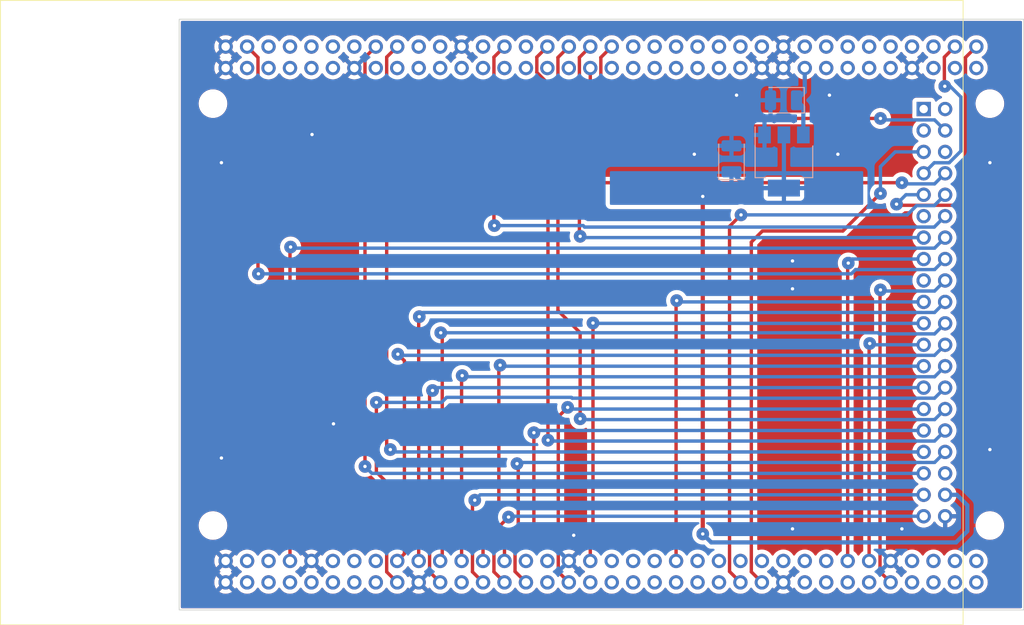
<source format=kicad_pcb>
(kicad_pcb (version 20221018) (generator pcbnew)
  (layers (0 "F.Cu" signal) (31 "B.Cu" signal) (34 "B.Paste" user) (35 "F.Paste" user) (36 "B.SilkS" user "B.Silkscreen") (37 "F.SilkS" user "F.Silkscreen") (38 "B.Mask" user) (39 "F.Mask" user) (44 "Edge.Cuts" user))
  (net 0 "")
  (net 17 "5V")
  (net 32 "LCD_RD")
  (net 34 "LCD_WR")
  (net 38 "LCD_CS")
  (net 50 "LCD_RST")
  (net 91 "LCD_RS")
  (net 99 "LCD_BL")
  (net 105 "GND")
  (net 106 "SPI_MISO")
  (net 107 "SPI_MOSI")
  (net 108 "PEN")
  (net 109 "F_CS")
  (net 110 "T_CS")
  (net 111 "SPI_CLK")
  (net 112 "SD_CS")
  (net 115 "D0")
  (net 116 "D1")
  (net 117 "D2")
  (net 118 "D3")
  (net 119 "D4")
  (net 120 "D5")
  (net 121 "D6")
  (net 122 "D7")
  (net 123 "D8")
  (net 124 "D9")
  (net 125 "D10")
  (net 126 "D11")
  (net 127 "D12")
  (net 128 "D13")
  (net 129 "D14")
  (net 130 "D15")
  (net 132 "SD_MOSI")
  (net 133 "SD_CLK")
  (net 134 "SD_MISO")
  (net 137 "3.3V")
  (footprint "zombie_nucleo:ST_Morpho_Connector_144_Short" (layer "F.Cu") (at 204.4 63.24 -90)
    (fp_text reference "U1" hide)
    (fp_text value "NUCLEO144" hide)
    (pad "1" thru_hole circle (at 0 0 270) (size 1.7 1.7) (drill 1) (layers "*.Cu" "*.Mask") (net 133 "SD_CLK"))
    (pad "2" thru_hole circle (at 2.54 0 270) (size 1.7 1.7) (drill 1) (layers "*.Cu" "*.Mask") (net 134 "SD_MISO"))
    (pad "3" thru_hole circle (at 0 2.54 270) (size 1.7 1.7) (drill 1) (layers "*.Cu" "*.Mask") (net 132 "SD_MOSI"))
    (pad "4" thru_hole circle (at 2.54 2.54 270) (size 1.7 1.7) (drill 1) (layers "*.Cu" "*.Mask"))
    (pad "5" thru_hole circle (at 0 5.08 270) (size 1.7 1.7) (drill 1) (layers "*.Cu" "*.Mask"))
    (pad "6" thru_hole circle (at 2.54 5.08 270) (size 1.7 1.7) (drill 1) (layers "*.Cu" "*.Mask"))
    (pad "7" thru_hole circle (at 0 7.62 270) (size 1.7 1.7) (drill 1) (layers "*.Cu" "*.Mask"))
    (pad "8" thru_hole circle (at 2.54 7.62 270) (size 1.7 1.7) (drill 1) (layers "*.Cu" "*.Mask") (net 105 "GND"))
    (pad "9" thru_hole circle (at 0 10.16 270) (size 1.7 1.7) (drill 1) (layers "*.Cu" "*.Mask"))
    (pad "10" thru_hole circle (at 2.54 10.16 270) (size 1.7 1.7) (drill 1) (layers "*.Cu" "*.Mask"))
    (pad "11" thru_hole circle (at 0 12.7 270) (size 1.7 1.7) (drill 1) (layers "*.Cu" "*.Mask"))
    (pad "12" thru_hole circle (at 2.54 12.7 270) (size 1.7 1.7) (drill 1) (layers "*.Cu" "*.Mask"))
    (pad "13" thru_hole circle (at 0 15.24 270) (size 1.7 1.7) (drill 1) (layers "*.Cu" "*.Mask"))
    (pad "14" thru_hole circle (at 2.54 15.24 270) (size 1.7 1.7) (drill 1) (layers "*.Cu" "*.Mask"))
    (pad "15" thru_hole circle (at 0 17.78 270) (size 1.7 1.7) (drill 1) (layers "*.Cu" "*.Mask"))
    (pad "16" thru_hole circle (at 2.54 17.78 270) (size 1.7 1.7) (drill 1) (layers "*.Cu" "*.Mask"))
    (pad "17" thru_hole circle (at 0 20.32 270) (size 1.7 1.7) (drill 1) (layers "*.Cu" "*.Mask"))
    (pad "18" thru_hole circle (at 2.54 20.32 270) (size 1.7 1.7) (drill 1) (layers "*.Cu" "*.Mask") (net 17 "5V"))
    (pad "19" thru_hole circle (at 0 22.86 270) (size 1.7 1.7) (drill 1) (layers "*.Cu" "*.Mask") (net 105 "GND"))
    (pad "20" thru_hole circle (at 2.54 22.86 270) (size 1.7 1.7) (drill 1) (layers "*.Cu" "*.Mask") (net 105 "GND"))
    (pad "21" thru_hole circle (at 0 25.4 270) (size 1.7 1.7) (drill 1) (layers "*.Cu" "*.Mask"))
    (pad "22" thru_hole circle (at 2.54 25.4 270) (size 1.7 1.7) (drill 1) (layers "*.Cu" "*.Mask") (net 105 "GND"))
    (pad "23" thru_hole circle (at 0 27.94 270) (size 1.7 1.7) (drill 1) (layers "*.Cu" "*.Mask"))
    (pad "24" thru_hole circle (at 2.54 27.94 270) (size 1.7 1.7) (drill 1) (layers "*.Cu" "*.Mask"))
    (pad "25" thru_hole circle (at 0 30.48 270) (size 1.7 1.7) (drill 1) (layers "*.Cu" "*.Mask"))
    (pad "26" thru_hole circle (at 2.54 30.48 270) (size 1.7 1.7) (drill 1) (layers "*.Cu" "*.Mask"))
    (pad "27" thru_hole circle (at 0 33.02 270) (size 1.7 1.7) (drill 1) (layers "*.Cu" "*.Mask"))
    (pad "28" thru_hole circle (at 2.54 33.02 270) (size 1.7 1.7) (drill 1) (layers "*.Cu" "*.Mask"))
    (pad "29" thru_hole circle (at 0 35.56 270) (size 1.7 1.7) (drill 1) (layers "*.Cu" "*.Mask"))
    (pad "30" thru_hole circle (at 2.54 35.56 270) (size 1.7 1.7) (drill 1) (layers "*.Cu" "*.Mask"))
    (pad "31" thru_hole circle (at 0 38.1 270) (size 1.7 1.7) (drill 1) (layers "*.Cu" "*.Mask"))
    (pad "32" thru_hole circle (at 2.54 38.1 270) (size 1.7 1.7) (drill 1) (layers "*.Cu" "*.Mask"))
    (pad "33" thru_hole circle (at 0 40.64 270) (size 1.7 1.7) (drill 1) (layers "*.Cu" "*.Mask"))
    (pad "34" thru_hole circle (at 2.54 40.64 270) (size 1.7 1.7) (drill 1) (layers "*.Cu" "*.Mask"))
    (pad "35" thru_hole circle (at 0 43.18 270) (size 1.7 1.7) (drill 1) (layers "*.Cu" "*.Mask") (net 99 "LCD_BL"))
    (pad "36" thru_hole circle (at 2.54 43.18 270) (size 1.7 1.7) (drill 1) (layers "*.Cu" "*.Mask"))
    (pad "37" thru_hole circle (at 0 45.72 270) (size 1.7 1.7) (drill 1) (layers "*.Cu" "*.Mask") (net 108 "PEN"))
    (pad "38" thru_hole circle (at 2.54 45.72 270) (size 1.7 1.7) (drill 1) (layers "*.Cu" "*.Mask") (net 50 "LCD_RST"))
    (pad "39" thru_hole circle (at 0 48.26 270) (size 1.7 1.7) (drill 1) (layers "*.Cu" "*.Mask") (net 32 "LCD_RD"))
    (pad "40" thru_hole circle (at 2.54 48.26 270) (size 1.7 1.7) (drill 1) (layers "*.Cu" "*.Mask"))
    (pad "41" thru_hole circle (at 0 50.8 270) (size 1.7 1.7) (drill 1) (layers "*.Cu" "*.Mask") (net 34 "LCD_WR"))
    (pad "42" thru_hole circle (at 2.54 50.8 270) (size 1.7 1.7) (drill 1) (layers "*.Cu" "*.Mask"))
    (pad "43" thru_hole circle (at 0 53.34 270) (size 1.7 1.7) (drill 1) (layers "*.Cu" "*.Mask"))
    (pad "44" thru_hole circle (at 2.54 53.34 270) (size 1.7 1.7) (drill 1) (layers "*.Cu" "*.Mask"))
    (pad "45" thru_hole circle (at 0 55.88 270) (size 1.7 1.7) (drill 1) (layers "*.Cu" "*.Mask") (net 38 "LCD_CS"))
    (pad "46" thru_hole circle (at 2.54 55.88 270) (size 1.7 1.7) (drill 1) (layers "*.Cu" "*.Mask"))
    (pad "47" thru_hole circle (at 0 58.42 270) (size 1.7 1.7) (drill 1) (layers "*.Cu" "*.Mask"))
    (pad "48" thru_hole circle (at 2.54 58.42 270) (size 1.7 1.7) (drill 1) (layers "*.Cu" "*.Mask"))
    (pad "49" thru_hole circle (at 0 60.96 270) (size 1.7 1.7) (drill 1) (layers "*.Cu" "*.Mask") (net 105 "GND"))
    (pad "50" thru_hole circle (at 2.54 60.96 270) (size 1.7 1.7) (drill 1) (layers "*.Cu" "*.Mask"))
    (pad "51" thru_hole circle (at 0 63.5 270) (size 1.7 1.7) (drill 1) (layers "*.Cu" "*.Mask"))
    (pad "52" thru_hole circle (at 2.54 63.5 270) (size 1.7 1.7) (drill 1) (layers "*.Cu" "*.Mask"))
    (pad "53" thru_hole circle (at 0 66.04 270) (size 1.7 1.7) (drill 1) (layers "*.Cu" "*.Mask"))
    (pad "54" thru_hole circle (at 2.54 66.04 270) (size 1.7 1.7) (drill 1) (layers "*.Cu" "*.Mask"))
    (pad "55" thru_hole circle (at 0 68.58 270) (size 1.7 1.7) (drill 1) (layers "*.Cu" "*.Mask") (net 118 "D3"))
    (pad "56" thru_hole circle (at 2.54 68.58 270) (size 1.7 1.7) (drill 1) (layers "*.Cu" "*.Mask"))
    (pad "57" thru_hole circle (at 0 71.12 270) (size 1.7 1.7) (drill 1) (layers "*.Cu" "*.Mask") (net 117 "D2"))
    (pad "58" thru_hole circle (at 2.54 71.12 270) (size 1.7 1.7) (drill 1) (layers "*.Cu" "*.Mask"))
    (pad "59" thru_hole circle (at 0 73.66 270) (size 1.7 1.7) (drill 1) (layers "*.Cu" "*.Mask"))
    (pad "60" thru_hole circle (at 2.54 73.66 270) (size 1.7 1.7) (drill 1) (layers "*.Cu" "*.Mask") (net 105 "GND"))
    (pad "61" thru_hole circle (at 0 76.2 270) (size 1.7 1.7) (drill 1) (layers "*.Cu" "*.Mask"))
    (pad "62" thru_hole circle (at 2.54 76.2 270) (size 1.7 1.7) (drill 1) (layers "*.Cu" "*.Mask"))
    (pad "63" thru_hole circle (at 0 78.74 270) (size 1.7 1.7) (drill 1) (layers "*.Cu" "*.Mask"))
    (pad "64" thru_hole circle (at 2.54 78.74 270) (size 1.7 1.7) (drill 1) (layers "*.Cu" "*.Mask"))
    (pad "65" thru_hole circle (at 0 81.28 270) (size 1.7 1.7) (drill 1) (layers "*.Cu" "*.Mask"))
    (pad "66" thru_hole circle (at 2.54 81.28 270) (size 1.7 1.7) (drill 1) (layers "*.Cu" "*.Mask"))
    (pad "67" thru_hole circle (at 0 83.82 270) (size 1.7 1.7) (drill 1) (layers "*.Cu" "*.Mask"))
    (pad "68" thru_hole circle (at 2.54 83.82 270) (size 1.7 1.7) (drill 1) (layers "*.Cu" "*.Mask"))
    (pad "69" thru_hole circle (at 0 86.36 270) (size 1.7 1.7) (drill 1) (layers "*.Cu" "*.Mask") (net 129 "D14"))
    (pad "70" thru_hole circle (at 2.54 86.36 270) (size 1.7 1.7) (drill 1) (layers "*.Cu" "*.Mask"))
    (pad "71" thru_hole circle (at 0 88.9 270) (size 1.7 1.7) (drill 1) (layers "*.Cu" "*.Mask") (net 105 "GND"))
    (pad "72" thru_hole circle (at 2.54 88.9 270) (size 1.7 1.7) (drill 1) (layers "*.Cu" "*.Mask") (net 105 "GND"))
    (pad "73" thru_hole circle (at 60.96 0 270) (size 1.7 1.7) (drill 1) (layers "*.Cu" "*.Mask"))
    (pad "74" thru_hole circle (at 63.5 0 270) (size 1.7 1.7) (drill 1) (layers "*.Cu" "*.Mask"))
    (pad "75" thru_hole circle (at 60.96 2.54 270) (size 1.7 1.7) (drill 1) (layers "*.Cu" "*.Mask"))
    (pad "76" thru_hole circle (at 63.5 2.54 270) (size 1.7 1.7) (drill 1) (layers "*.Cu" "*.Mask"))
    (pad "77" thru_hole circle (at 60.96 5.08 270) (size 1.7 1.7) (drill 1) (layers "*.Cu" "*.Mask"))
    (pad "78" thru_hole circle (at 63.5 5.08 270) (size 1.7 1.7) (drill 1) (layers "*.Cu" "*.Mask"))
    (pad "79" thru_hole circle (at 60.96 7.62 270) (size 1.7 1.7) (drill 1) (layers "*.Cu" "*.Mask"))
    (pad "80" thru_hole circle (at 63.5 7.62 270) (size 1.7 1.7) (drill 1) (layers "*.Cu" "*.Mask"))
    (pad "81" thru_hole circle (at 60.96 10.16 270) (size 1.7 1.7) (drill 1) (layers "*.Cu" "*.Mask") (net 105 "GND"))
    (pad "82" thru_hole circle (at 63.5 10.16 270) (size 1.7 1.7) (drill 1) (layers "*.Cu" "*.Mask") (net 128 "D13"))
    (pad "83" thru_hole circle (at 60.96 12.7 270) (size 1.7 1.7) (drill 1) (layers "*.Cu" "*.Mask") (net 111 "SPI_CLK"))
    (pad "84" thru_hole circle (at 63.5 12.7 270) (size 1.7 1.7) (drill 1) (layers "*.Cu" "*.Mask"))
    (pad "85" thru_hole circle (at 60.96 15.24 270) (size 1.7 1.7) (drill 1) (layers "*.Cu" "*.Mask") (net 106 "SPI_MISO"))
    (pad "86" thru_hole circle (at 63.5 15.24 270) (size 1.7 1.7) (drill 1) (layers "*.Cu" "*.Mask"))
    (pad "87" thru_hole circle (at 60.96 17.78 270) (size 1.7 1.7) (drill 1) (layers "*.Cu" "*.Mask"))
    (pad "88" thru_hole circle (at 63.5 17.78 270) (size 1.7 1.7) (drill 1) (layers "*.Cu" "*.Mask"))
    (pad "89" thru_hole circle (at 60.96 20.32 270) (size 1.7 1.7) (drill 1) (layers "*.Cu" "*.Mask"))
    (pad "90" thru_hole circle (at 63.5 20.32 270) (size 1.7 1.7) (drill 1) (layers "*.Cu" "*.Mask"))
    (pad "91" thru_hole circle (at 60.96 22.86 270) (size 1.7 1.7) (drill 1) (layers "*.Cu" "*.Mask"))
    (pad "92" thru_hole circle (at 63.5 22.86 270) (size 1.7 1.7) (drill 1) (layers "*.Cu" "*.Mask") (net 105 "GND"))
    (pad "93" thru_hole circle (at 60.96 25.4 270) (size 1.7 1.7) (drill 1) (layers "*.Cu" "*.Mask"))
    (pad "94" thru_hole circle (at 63.5 25.4 270) (size 1.7 1.7) (drill 1) (layers "*.Cu" "*.Mask") (net 112 "SD_CS"))
    (pad "95" thru_hole circle (at 60.96 27.94 270) (size 1.7 1.7) (drill 1) (layers "*.Cu" "*.Mask"))
    (pad "96" thru_hole circle (at 63.5 27.94 270) (size 1.7 1.7) (drill 1) (layers "*.Cu" "*.Mask") (net 109 "F_CS"))
    (pad "97" thru_hole circle (at 60.96 30.48 270) (size 1.7 1.7) (drill 1) (layers "*.Cu" "*.Mask"))
    (pad "98" thru_hole circle (at 63.5 30.48 270) (size 1.7 1.7) (drill 1) (layers "*.Cu" "*.Mask"))
    (pad "99" thru_hole circle (at 60.96 33.02 270) (size 1.7 1.7) (drill 1) (layers "*.Cu" "*.Mask"))
    (pad "100" thru_hole circle (at 63.5 33.02 270) (size 1.7 1.7) (drill 1) (layers "*.Cu" "*.Mask"))
    (pad "101" thru_hole circle (at 60.96 35.56 270) (size 1.7 1.7) (drill 1) (layers "*.Cu" "*.Mask") (net 107 "SPI_MOSI"))
    (pad "102" thru_hole circle (at 63.5 35.56 270) (size 1.7 1.7) (drill 1) (layers "*.Cu" "*.Mask"))
    (pad "103" thru_hole circle (at 60.96 38.1 270) (size 1.7 1.7) (drill 1) (layers "*.Cu" "*.Mask"))
    (pad "104" thru_hole circle (at 63.5 38.1 270) (size 1.7 1.7) (drill 1) (layers "*.Cu" "*.Mask"))
    (pad "105" thru_hole circle (at 60.96 40.64 270) (size 1.7 1.7) (drill 1) (layers "*.Cu" "*.Mask"))
    (pad "106" thru_hole circle (at 63.5 40.64 270) (size 1.7 1.7) (drill 1) (layers "*.Cu" "*.Mask"))
    (pad "107" thru_hole circle (at 60.96 43.18 270) (size 1.7 1.7) (drill 1) (layers "*.Cu" "*.Mask"))
    (pad "108" thru_hole circle (at 63.5 43.18 270) (size 1.7 1.7) (drill 1) (layers "*.Cu" "*.Mask"))
    (pad "109" thru_hole circle (at 60.96 45.72 270) (size 1.7 1.7) (drill 1) (layers "*.Cu" "*.Mask") (net 110 "T_CS"))
    (pad "110" thru_hole circle (at 63.5 45.72 270) (size 1.7 1.7) (drill 1) (layers "*.Cu" "*.Mask"))
    (pad "111" thru_hole circle (at 60.96 48.26 270) (size 1.7 1.7) (drill 1) (layers "*.Cu" "*.Mask") (net 105 "GND"))
    (pad "112" thru_hole circle (at 63.5 48.26 270) (size 1.7 1.7) (drill 1) (layers "*.Cu" "*.Mask") (net 120 "D5"))
    (pad "113" thru_hole circle (at 60.96 50.8 270) (size 1.7 1.7) (drill 1) (layers "*.Cu" "*.Mask"))
    (pad "114" thru_hole circle (at 63.5 50.8 270) (size 1.7 1.7) (drill 1) (layers "*.Cu" "*.Mask"))
    (pad "115" thru_hole circle (at 60.96 53.34 270) (size 1.7 1.7) (drill 1) (layers "*.Cu" "*.Mask"))
    (pad "116" thru_hole circle (at 63.5 53.34 270) (size 1.7 1.7) (drill 1) (layers "*.Cu" "*.Mask") (net 119 "D4"))
    (pad "117" thru_hole circle (at 60.96 55.88 270) (size 1.7 1.7) (drill 1) (layers "*.Cu" "*.Mask") (net 91 "LCD_RS"))
    (pad "118" thru_hole circle (at 63.5 55.88 270) (size 1.7 1.7) (drill 1) (layers "*.Cu" "*.Mask") (net 115 "D0"))
    (pad "119" thru_hole circle (at 60.96 58.42 270) (size 1.7 1.7) (drill 1) (layers "*.Cu" "*.Mask") (net 122 "D7"))
    (pad "120" thru_hole circle (at 63.5 58.42 270) (size 1.7 1.7) (drill 1) (layers "*.Cu" "*.Mask") (net 116 "D1"))
    (pad "121" thru_hole circle (at 60.96 60.96 270) (size 1.7 1.7) (drill 1) (layers "*.Cu" "*.Mask") (net 124 "D9"))
    (pad "122" thru_hole circle (at 63.5 60.96 270) (size 1.7 1.7) (drill 1) (layers "*.Cu" "*.Mask"))
    (pad "123" thru_hole circle (at 60.96 63.5 270) (size 1.7 1.7) (drill 1) (layers "*.Cu" "*.Mask") (net 126 "D11"))
    (pad "124" thru_hole circle (at 63.5 63.5 270) (size 1.7 1.7) (drill 1) (layers "*.Cu" "*.Mask") (net 121 "D6"))
    (pad "125" thru_hole circle (at 60.96 66.04 270) (size 1.7 1.7) (drill 1) (layers "*.Cu" "*.Mask") (net 127 "D12"))
    (pad "126" thru_hole circle (at 63.5 66.04 270) (size 1.7 1.7) (drill 1) (layers "*.Cu" "*.Mask") (net 105 "GND"))
    (pad "127" thru_hole circle (at 60.96 68.58 270) (size 1.7 1.7) (drill 1) (layers "*.Cu" "*.Mask") (net 125 "D10"))
    (pad "128" thru_hole circle (at 63.5 68.58 270) (size 1.7 1.7) (drill 1) (layers "*.Cu" "*.Mask") (net 123 "D8"))
    (pad "129" thru_hole circle (at 60.96 71.12 270) (size 1.7 1.7) (drill 1) (layers "*.Cu" "*.Mask"))
    (pad "130" thru_hole circle (at 63.5 71.12 270) (size 1.7 1.7) (drill 1) (layers "*.Cu" "*.Mask"))
    (pad "131" thru_hole circle (at 60.96 73.66 270) (size 1.7 1.7) (drill 1) (layers "*.Cu" "*.Mask"))
    (pad "132" thru_hole circle (at 63.5 73.66 270) (size 1.7 1.7) (drill 1) (layers "*.Cu" "*.Mask"))
    (pad "133" thru_hole circle (at 60.96 76.2 270) (size 1.7 1.7) (drill 1) (layers "*.Cu" "*.Mask"))
    (pad "134" thru_hole circle (at 63.5 76.2 270) (size 1.7 1.7) (drill 1) (layers "*.Cu" "*.Mask"))
    (pad "135" thru_hole circle (at 60.96 78.74 270) (size 1.7 1.7) (drill 1) (layers "*.Cu" "*.Mask") (net 105 "GND"))
    (pad "136" thru_hole circle (at 63.5 78.74 270) (size 1.7 1.7) (drill 1) (layers "*.Cu" "*.Mask"))
    (pad "137" thru_hole circle (at 60.96 81.28 270) (size 1.7 1.7) (drill 1) (layers "*.Cu" "*.Mask") (net 130 "D15"))
    (pad "138" thru_hole circle (at 63.5 81.28 270) (size 1.7 1.7) (drill 1) (layers "*.Cu" "*.Mask"))
    (pad "139" thru_hole circle (at 60.96 83.82 270) (size 1.7 1.7) (drill 1) (layers "*.Cu" "*.Mask"))
    (pad "140" thru_hole circle (at 63.5 83.82 270) (size 1.7 1.7) (drill 1) (layers "*.Cu" "*.Mask"))
    (pad "141" thru_hole circle (at 60.96 86.36 270) (size 1.7 1.7) (drill 1) (layers "*.Cu" "*.Mask"))
    (pad "142" thru_hole circle (at 63.5 86.36 270) (size 1.7 1.7) (drill 1) (layers "*.Cu" "*.Mask"))
    (pad "143" thru_hole circle (at 60.96 88.9 270) (size 1.7 1.7) (drill 1) (layers "*.Cu" "*.Mask") (net 105 "GND"))
    (pad "144" thru_hole circle (at 63.5 88.9 270) (size 1.7 1.7) (drill 1) (layers "*.Cu" "*.Mask") (net 105 "GND"))
  )
  (footprint "MountingHole:MountingHole_3mm" (layer "F.Cu") (at 114 120)
    (fp_text reference "REF**" hide)
    (fp_text value "MountingHole_3mm" hide)
    (pad "" np_thru_hole circle (at 0 0) (size 3 3) (drill 3) (layers "*.Cu" "*.Mask"))
  )
  (footprint "zombie_display:4.3_TFT_SSD1963" (layer "F.Cu") (at 200.7 70.64)
    (fp_text reference "TFT1" hide)
    (fp_text value "4.3 TFT SSD1963 parallel" hide)
    (fp_line (start -111.87 -12.87) (end -111.87 61.13) (stroke (width 0.1)) (layer "F.SilkS"))
    (fp_line (start -111.87 -12.87) (end 2.13 -12.87) (stroke (width 0.1)) (layer "F.SilkS"))
    (fp_line (start 2.13 -12.87) (end 2.13 61.13) (stroke (width 0.1)) (layer "F.SilkS"))
    (fp_line (start 2.13 61.13) (end -111.87 61.13) (stroke (width 0.1)) (layer "F.SilkS"))
    (pad "1" thru_hole rect (at -2.54 0) (size 1.7 1.7) (drill 1) (layers "*.Cu" "*.Mask"))
    (pad "2" thru_hole oval (at 0 0) (size 1.7 1.7) (drill 1) (layers "*.Cu" "*.Mask"))
    (pad "3" thru_hole oval (at -2.54 2.54) (size 1.7 1.7) (drill 1) (layers "*.Cu" "*.Mask"))
    (pad "4" thru_hole oval (at 0 2.54) (size 1.7 1.7) (drill 1) (layers "*.Cu" "*.Mask") (net 99 "LCD_BL"))
    (pad "5" thru_hole oval (at -2.54 5.08) (size 1.7 1.7) (drill 1) (layers "*.Cu" "*.Mask") (net 112 "SD_CS"))
    (pad "6" thru_hole oval (at 0 5.08) (size 1.7 1.7) (drill 1) (layers "*.Cu" "*.Mask"))
    (pad "7" thru_hole oval (at -2.54 7.62) (size 1.7 1.7) (drill 1) (layers "*.Cu" "*.Mask") (net 132 "SD_MOSI"))
    (pad "8" thru_hole oval (at 0 7.62) (size 1.7 1.7) (drill 1) (layers "*.Cu" "*.Mask") (net 50 "LCD_RST"))
    (pad "9" thru_hole oval (at -2.54 10.16) (size 1.7 1.7) (drill 1) (layers "*.Cu" "*.Mask") (net 133 "SD_CLK"))
    (pad "10" thru_hole oval (at 0 10.16) (size 1.7 1.7) (drill 1) (layers "*.Cu" "*.Mask") (net 109 "F_CS"))
    (pad "11" thru_hole oval (at -2.54 12.7) (size 1.7 1.7) (drill 1) (layers "*.Cu" "*.Mask") (net 134 "SD_MISO"))
    (pad "12" thru_hole oval (at 0 12.7) (size 1.7 1.7) (drill 1) (layers "*.Cu" "*.Mask") (net 38 "LCD_CS"))
    (pad "13" thru_hole oval (at -2.54 15.24) (size 1.7 1.7) (drill 1) (layers "*.Cu" "*.Mask") (net 108 "PEN"))
    (pad "14" thru_hole oval (at 0 15.24) (size 1.7 1.7) (drill 1) (layers "*.Cu" "*.Mask") (net 130 "D15"))
    (pad "15" thru_hole oval (at -2.54 17.78) (size 1.7 1.7) (drill 1) (layers "*.Cu" "*.Mask") (net 106 "SPI_MISO"))
    (pad "16" thru_hole oval (at 0 17.78) (size 1.7 1.7) (drill 1) (layers "*.Cu" "*.Mask") (net 129 "D14"))
    (pad "17" thru_hole oval (at -2.54 20.32) (size 1.7 1.7) (drill 1) (layers "*.Cu" "*.Mask"))
    (pad "18" thru_hole oval (at 0 20.32) (size 1.7 1.7) (drill 1) (layers "*.Cu" "*.Mask") (net 128 "D13"))
    (pad "19" thru_hole oval (at -2.54 22.86) (size 1.7 1.7) (drill 1) (layers "*.Cu" "*.Mask") (net 107 "SPI_MOSI"))
    (pad "20" thru_hole oval (at 0 22.86) (size 1.7 1.7) (drill 1) (layers "*.Cu" "*.Mask") (net 127 "D12"))
    (pad "21" thru_hole oval (at -2.54 25.4) (size 1.7 1.7) (drill 1) (layers "*.Cu" "*.Mask") (net 110 "T_CS"))
    (pad "22" thru_hole oval (at 0 25.4) (size 1.7 1.7) (drill 1) (layers "*.Cu" "*.Mask") (net 126 "D11"))
    (pad "23" thru_hole oval (at -2.54 27.94) (size 1.7 1.7) (drill 1) (layers "*.Cu" "*.Mask") (net 111 "SPI_CLK"))
    (pad "24" thru_hole oval (at 0 27.94) (size 1.7 1.7) (drill 1) (layers "*.Cu" "*.Mask") (net 125 "D10"))
    (pad "25" thru_hole oval (at -2.54 30.48) (size 1.7 1.7) (drill 1) (layers "*.Cu" "*.Mask") (net 122 "D7"))
    (pad "26" thru_hole oval (at 0 30.48) (size 1.7 1.7) (drill 1) (layers "*.Cu" "*.Mask") (net 124 "D9"))
    (pad "27" thru_hole oval (at -2.54 33.02) (size 1.7 1.7) (drill 1) (layers "*.Cu" "*.Mask") (net 121 "D6"))
    (pad "28" thru_hole oval (at 0 33.02) (size 1.7 1.7) (drill 1) (layers "*.Cu" "*.Mask") (net 123 "D8"))
    (pad "29" thru_hole oval (at -2.54 35.56) (size 1.7 1.7) (drill 1) (layers "*.Cu" "*.Mask") (net 120 "D5"))
    (pad "30" thru_hole oval (at 0 35.56) (size 1.7 1.7) (drill 1) (layers "*.Cu" "*.Mask") (net 32 "LCD_RD"))
    (pad "31" thru_hole oval (at -2.54 38.1) (size 1.7 1.7) (drill 1) (layers "*.Cu" "*.Mask") (net 119 "D4"))
    (pad "32" thru_hole oval (at 0 38.1) (size 1.7 1.7) (drill 1) (layers "*.Cu" "*.Mask") (net 34 "LCD_WR"))
    (pad "33" thru_hole oval (at -2.54 40.64) (size 1.7 1.7) (drill 1) (layers "*.Cu" "*.Mask") (net 118 "D3"))
    (pad "34" thru_hole oval (at 0 40.64) (size 1.7 1.7) (drill 1) (layers "*.Cu" "*.Mask") (net 91 "LCD_RS"))
    (pad "35" thru_hole oval (at -2.54 43.18) (size 1.7 1.7) (drill 1) (layers "*.Cu" "*.Mask") (net 117 "D2"))
    (pad "36" thru_hole oval (at 0 43.18) (size 1.7 1.7) (drill 1) (layers "*.Cu" "*.Mask"))
    (pad "37" thru_hole oval (at -2.54 45.72) (size 1.7 1.7) (drill 1) (layers "*.Cu" "*.Mask") (net 116 "D1"))
    (pad "38" thru_hole oval (at 0 45.72) (size 1.7 1.7) (drill 1) (layers "*.Cu" "*.Mask") (net 137 "3.3V"))
    (pad "39" thru_hole oval (at -2.54 48.26) (size 1.7 1.7) (drill 1) (layers "*.Cu" "*.Mask") (net 115 "D0"))
    (pad "40" thru_hole oval (at 0 48.26) (size 1.7 1.7) (drill 1) (layers "*.Cu" "*.Mask") (net 105 "GND"))
  )
  (footprint "MountingHole:MountingHole_3mm" (layer "F.Cu") (at 114 70)
    (fp_text reference "REF**" hide)
    (fp_text value "MountingHole_3mm" hide)
    (pad "" np_thru_hole circle (at 0 0) (size 3 3) (drill 3) (layers "*.Cu" "*.Mask"))
  )
  (footprint "MountingHole:MountingHole_3mm" (layer "F.Cu") (at 206 120)
    (fp_text reference "REF**" hide)
    (fp_text value "MountingHole_3mm" hide)
    (pad "" np_thru_hole circle (at 0 0) (size 3 3) (drill 3) (layers "*.Cu" "*.Mask"))
  )
  (footprint "MountingHole:MountingHole_3mm" (layer "F.Cu") (at 206 70)
    (fp_text reference "REF**" hide)
    (fp_text value "MountingHole_3mm" hide)
    (pad "" np_thru_hole circle (at 0 0) (size 3 3) (drill 3) (layers "*.Cu" "*.Mask"))
  )
  (footprint "Capacitor_Tantalum_SMD:CP_EIA-3528-12_Kemet-T" (layer "B.Cu") (at 175.4 76.5375 90)
    (fp_text reference "C2" hide)
    (fp_text value "C_Polarized" hide)
    (fp_line (start -2.46 -1.51) (end 1.75 -1.51) (stroke (width 0.12)) (layer "B.SilkS"))
    (fp_line (start -2.46 1.51) (end -2.46 -1.51) (stroke (width 0.12)) (layer "B.SilkS"))
    (fp_line (start 1.75 1.51) (end -2.46 1.51) (stroke (width 0.12)) (layer "B.SilkS"))
    (pad "1" smd roundrect (at -1.5375 0 90) (size 1.325 2.35) (layers "B.Cu" "B.Paste" "B.Mask") (roundrect_rratio 0.188679) (net 137 "3.3V"))
    (pad "2" smd roundrect (at 1.5375 0 90) (size 1.325 2.35) (layers "B.Cu" "B.Paste" "B.Mask") (roundrect_rratio 0.188679) (net 105 "GND"))
  )
  (footprint "Capacitor_Tantalum_SMD:CP_EIA-3528-12_Kemet-T" (layer "B.Cu") (at 181.5625 69.6 180)
    (fp_text reference "C1" hide)
    (fp_text value "C_Polarized" hide)
    (fp_line (start -2.46 -1.51) (end 1.75 -1.51) (stroke (width 0.12)) (layer "B.SilkS"))
    (fp_line (start -2.46 1.51) (end -2.46 -1.51) (stroke (width 0.12)) (layer "B.SilkS"))
    (fp_line (start 1.75 1.51) (end -2.46 1.51) (stroke (width 0.12)) (layer "B.SilkS"))
    (pad "1" smd roundrect (at -1.5375 0 180) (size 1.325 2.35) (layers "B.Cu" "B.Paste" "B.Mask") (roundrect_rratio 0.188679) (net 17 "5V"))
    (pad "2" smd roundrect (at 1.5375 0 180) (size 1.325 2.35) (layers "B.Cu" "B.Paste" "B.Mask") (roundrect_rratio 0.188679) (net 105 "GND"))
  )
  (footprint "Package_TO_SOT_SMD:SOT-223-3_TabPin2" (layer "B.Cu") (at 181.61 76.86 -90)
    (fp_text reference "U2" hide)
    (fp_text value "AMS1117-3.3" hide)
    (fp_line (start -4.1 3.41) (end 1.91 3.41) (stroke (width 0.12)) (layer "B.SilkS"))
    (fp_line (start -1.85 -3.41) (end 1.91 -3.41) (stroke (width 0.12)) (layer "B.SilkS"))
    (fp_line (start 1.91 -3.41) (end 1.91 -2.15) (stroke (width 0.12)) (layer "B.SilkS"))
    (fp_line (start 1.91 3.41) (end 1.91 2.15) (stroke (width 0.12)) (layer "B.SilkS"))
    (pad "1" smd rect (at -3.15 2.3 270) (size 2 1.5) (layers "B.Cu" "B.Paste" "B.Mask") (net 105 "GND"))
    (pad "2" smd rect (at -3.15 0 270) (size 2 1.5) (layers "B.Cu" "B.Paste" "B.Mask") (net 137 "3.3V"))
    (pad "2" smd rect (at 3.15 0 270) (size 2 3.8) (layers "B.Cu" "B.Paste" "B.Mask") (net 137 "3.3V"))
    (pad "3" smd rect (at -3.15 -2.3 270) (size 2 1.5) (layers "B.Cu" "B.Paste" "B.Mask") (net 17 "5V"))
  )
  (gr_rect (start 110 60) (end 210 130) (stroke (width 0.1)) (fill none) (layer "Edge.Cuts"))
  (segment (start 183.91 70.41) (end 183.91 73.71) (width 0.5) (layer "B.Cu") (net 17))
  (segment (start 184.08 65.78) (end 184.08 68.62) (width 0.5) (layer "B.Cu") (net 17))
  (segment (start 184.08 68.62) (end 183.1 69.6) (width 0.5) (layer "B.Cu") (net 17))
  (segment (start 183.1 69.6) (end 183.91 70.41) (width 0.5) (layer "B.Cu") (net 17))
  (segment (start 157.48 97.155) (end 154.85 94.525) (width 0.4) (layer "F.Cu") (net 32))
  (segment (start 154.85 64.53) (end 156.14 63.24) (width 0.4) (layer "F.Cu") (net 32))
  (segment (start 154.85 94.525) (end 154.85 64.53) (width 0.4) (layer "F.Cu") (net 32))
  (segment (start 157.48 107.3495) (end 157.48 97.155) (width 0.4) (layer "F.Cu") (net 32))
  (via (at 157.48 107.3495) (size 1.5) (drill 0.4) (layers "F.Cu" "B.Cu") (net 32))
  (segment (start 199.45 107.45) (end 157.5805 107.45) (width 0.4) (layer "B.Cu") (net 32))
  (segment (start 200.7 106.2) (end 199.45 107.45) (width 0.4) (layer "B.Cu") (net 32))
  (segment (start 157.5805 107.45) (end 157.48 107.3495) (width 0.4) (layer "B.Cu") (net 32))
  (segment (start 153.67 109.8895) (end 153.67 67.617767) (width 0.4) (layer "F.Cu") (net 34))
  (segment (start 152.35 64.49) (end 153.6 63.24) (width 0.4) (layer "F.Cu") (net 34))
  (segment (start 153.67 67.617767) (end 152.35 66.297767) (width 0.4) (layer "F.Cu") (net 34))
  (segment (start 152.35 66.297767) (end 152.35 64.49) (width 0.4) (layer "F.Cu") (net 34))
  (via (at 153.67 109.8895) (size 1.5) (drill 0.4) (layers "F.Cu" "B.Cu") (net 34))
  (segment (start 200.7 108.74) (end 199.45 109.99) (width 0.4) (layer "B.Cu") (net 34))
  (segment (start 153.7705 109.99) (end 153.67 109.8895) (width 0.4) (layer "B.Cu") (net 34))
  (segment (start 199.45 109.99) (end 153.7705 109.99) (width 0.4) (layer "B.Cu") (net 34))
  (segment (start 147.27 64.49) (end 148.52 63.24) (width 0.4) (layer "F.Cu") (net 38))
  (segment (start 147.32 84.455) (end 147.27 84.405) (width 0.4) (layer "F.Cu") (net 38))
  (segment (start 147.27 84.405) (end 147.27 64.49) (width 0.4) (layer "F.Cu") (net 38))
  (via (at 147.32 84.455) (size 1.5) (drill 0.4) (layers "F.Cu" "B.Cu") (net 38))
  (segment (start 158.011346 84.63) (end 157.836346 84.455) (width 0.4) (layer "B.Cu") (net 38))
  (segment (start 200.7 83.34) (end 199.41 84.63) (width 0.4) (layer "B.Cu") (net 38))
  (segment (start 199.41 84.63) (end 158.011346 84.63) (width 0.4) (layer "B.Cu") (net 38))
  (segment (start 157.836346 84.455) (end 147.32 84.455) (width 0.4) (layer "B.Cu") (net 38))
  (segment (start 195.58 79.375) (end 160.02 79.375) (width 0.4) (layer "F.Cu") (net 50))
  (segment (start 158.68 78.035) (end 158.68 65.78) (width 0.4) (layer "F.Cu") (net 50))
  (segment (start 160.02 79.375) (end 158.68 78.035) (width 0.4) (layer "F.Cu") (net 50))
  (via (at 195.58 79.375) (size 1.5) (drill 0.4) (layers "F.Cu" "B.Cu") (net 50))
  (segment (start 195.715 79.51) (end 195.58 79.375) (width 0.4) (layer "B.Cu") (net 50))
  (segment (start 200.7 78.26) (end 199.45 79.51) (width 0.4) (layer "B.Cu") (net 50))
  (segment (start 199.45 79.51) (end 195.715 79.51) (width 0.4) (layer "B.Cu") (net 50))
  (segment (start 150.15 112.8205) (end 150.15 120.85) (width 0.4) (layer "F.Cu") (net 91))
  (segment (start 150.15 120.85) (end 148.52 122.48) (width 0.4) (layer "F.Cu") (net 91))
  (segment (start 150 112.6705) (end 150.15 112.8205) (width 0.4) (layer "F.Cu") (net 91))
  (segment (start 148.52 122.48) (end 148.52 124.2) (width 0.4) (layer "F.Cu") (net 91))
  (via (at 150 112.6705) (size 1.5) (drill 0.4) (layers "F.Cu" "B.Cu") (net 91))
  (segment (start 199.45 112.53) (end 150.1405 112.53) (width 0.4) (layer "B.Cu") (net 91))
  (segment (start 150.1405 112.53) (end 150 112.6705) (width 0.4) (layer "B.Cu") (net 91))
  (segment (start 200.7 111.28) (end 199.45 112.53) (width 0.4) (layer "B.Cu") (net 91))
  (segment (start 159.93 64.53) (end 161.22 63.24) (width 0.4) (layer "F.Cu") (net 99))
  (segment (start 161.29 71.755) (end 159.93 70.395) (width 0.4) (layer "F.Cu") (net 99))
  (segment (start 159.93 70.395) (end 159.93 64.53) (width 0.4) (layer "F.Cu") (net 99))
  (segment (start 193.04 71.755) (end 161.29 71.755) (width 0.4) (layer "F.Cu") (net 99))
  (via (at 193.04 71.755) (size 1.5) (drill 0.4) (layers "F.Cu" "B.Cu") (net 99))
  (segment (start 199.45 71.93) (end 193.215 71.93) (width 0.4) (layer "B.Cu") (net 99))
  (segment (start 200.7 73.18) (end 199.45 71.93) (width 0.4) (layer "B.Cu") (net 99))
  (segment (start 193.215 71.93) (end 193.04 71.755) (width 0.4) (layer "B.Cu") (net 99))
  (via (at 176 69) (size 1.5) (drill 0.4) (layers "F.Cu" "B.Cu") (net 105))
  (via (at 195.58 120.396) (size 1.5) (drill 0.4) (layers "F.Cu" "B.Cu") (net 105))
  (via (at 125.73 73.66) (size 1.5) (drill 0.4) (layers "F.Cu" "B.Cu") (net 105))
  (via (at 182.626 88.646) (size 1.5) (drill 0.4) (layers "F.Cu" "B.Cu") (net 105))
  (via (at 171 76) (size 1.5) (drill 0.4) (layers "F.Cu" "B.Cu") (net 105))
  (via (at 206 111) (size 1.5) (drill 0.4) (layers "F.Cu" "B.Cu") (net 105))
  (via (at 115 77) (size 1.5) (drill 0.4) (layers "F.Cu" "B.Cu") (net 105))
  (via (at 187 69) (size 1.5) (drill 0.4) (layers "F.Cu" "B.Cu") (net 105))
  (via (at 182.626 91.948) (size 1.5) (drill 0.4) (layers "F.Cu" "B.Cu") (net 105))
  (via (at 156.718 121.158) (size 1.5) (drill 0.4) (layers "F.Cu" "B.Cu") (net 105))
  (via (at 128.27 107.95) (size 1.5) (drill 0.4) (layers "F.Cu" "B.Cu") (net 105))
  (via (at 115 112) (size 1.5) (drill 0.4) (layers "F.Cu" "B.Cu") (net 105))
  (via (at 182.626 120.396) (size 1.5) (drill 0.4) (layers "F.Cu" "B.Cu") (net 105))
  (via (at 188 76) (size 1.5) (drill 0.4) (layers "F.Cu" "B.Cu") (net 105))
  (via (at 206 77) (size 1.5) (drill 0.4) (layers "F.Cu" "B.Cu") (net 105))
  (segment (start 189.23 88.9) (end 189.16 88.97) (width 0.4) (layer "F.Cu") (net 106))
  (segment (start 189.16 88.97) (end 189.16 124.2) (width 0.4) (layer "F.Cu") (net 106))
  (via (at 189.23 88.9) (size 1.5) (drill 0.4) (layers "F.Cu" "B.Cu") (net 106))
  (segment (start 189.71 88.42) (end 189.23 88.9) (width 0.4) (layer "B.Cu") (net 106))
  (segment (start 198.16 88.42) (end 189.71 88.42) (width 0.4) (layer "B.Cu") (net 106))
  (segment (start 168.91 93.345) (end 168.84 93.415) (width 0.4) (layer "F.Cu") (net 107))
  (segment (start 168.84 93.415) (end 168.84 124.2) (width 0.4) (layer "F.Cu") (net 107))
  (via (at 168.91 93.345) (size 1.5) (drill 0.4) (layers "F.Cu" "B.Cu") (net 107))
  (segment (start 198.16 93.5) (end 169.065 93.5) (width 0.4) (layer "B.Cu") (net 107))
  (segment (start 169.065 93.5) (end 168.91 93.345) (width 0.4) (layer "B.Cu") (net 107))
  (segment (start 157.48 85.725) (end 157.39 85.635) (width 0.4) (layer "F.Cu") (net 108))
  (segment (start 157.39 64.53) (end 158.68 63.24) (width 0.4) (layer "F.Cu") (net 108))
  (segment (start 157.39 85.635) (end 157.39 64.53) (width 0.4) (layer "F.Cu") (net 108))
  (via (at 157.48 85.725) (size 1.5) (drill 0.4) (layers "F.Cu" "B.Cu") (net 108))
  (segment (start 157.635 85.88) (end 157.48 85.725) (width 0.4) (layer "B.Cu") (net 108))
  (segment (start 198.16 85.88) (end 157.635 85.88) (width 0.4) (layer "B.Cu") (net 108))
  (segment (start 176.53 83.185) (end 175.17 84.545) (width 0.4) (layer "F.Cu") (net 109))
  (segment (start 175.17 125.45) (end 176.46 126.74) (width 0.4) (layer "F.Cu") (net 109))
  (segment (start 175.17 84.545) (end 175.17 125.45) (width 0.4) (layer "F.Cu") (net 109))
  (via (at 176.53 83.185) (size 1.5) (drill 0.4) (layers "F.Cu" "B.Cu") (net 109))
  (segment (start 176.53 83.185) (end 196.215 83.185) (width 0.4) (layer "B.Cu") (net 109))
  (segment (start 196.215 83.185) (end 197.31 82.09) (width 0.4) (layer "B.Cu") (net 109))
  (segment (start 199.41 82.09) (end 200.7 80.8) (width 0.4) (layer "B.Cu") (net 109))
  (segment (start 197.31 82.09) (end 199.41 82.09) (width 0.4) (layer "B.Cu") (net 109))
  (segment (start 158.68 120.32) (end 158.68 124.2) (width 0.4) (layer "F.Cu") (net 110))
  (segment (start 159 120) (end 158.68 120.32) (width 0.4) (layer "F.Cu") (net 110))
  (segment (start 159 96) (end 159 120) (width 0.4) (layer "F.Cu") (net 110))
  (via (at 159 96) (size 1.5) (drill 0.4) (layers "F.Cu" "B.Cu") (net 110))
  (segment (start 198.16 96.04) (end 159.04 96.04) (width 0.4) (layer "B.Cu") (net 110))
  (segment (start 159.04 96.04) (end 159 96) (width 0.4) (layer "B.Cu") (net 110))
  (segment (start 191.7 98.495) (end 191.7 124.2) (width 0.4) (layer "F.Cu") (net 111))
  (segment (start 191.77 98.425) (end 191.7 98.495) (width 0.4) (layer "F.Cu") (net 111))
  (via (at 191.77 98.425) (size 1.5) (drill 0.4) (layers "F.Cu" "B.Cu") (net 111))
  (segment (start 191.77 98.425) (end 191.925 98.58) (width 0.4) (layer "B.Cu") (net 111))
  (segment (start 191.925 98.58) (end 198.16 98.58) (width 0.4) (layer "B.Cu") (net 111))
  (segment (start 193.04 80.645) (end 188.595 85.09) (width 0.4) (layer "F.Cu") (net 112))
  (segment (start 177.75 125.49) (end 179 126.74) (width 0.4) (layer "F.Cu") (net 112))
  (segment (start 179.07 85.09) (end 177.75 86.41) (width 0.4) (layer "F.Cu") (net 112))
  (segment (start 188.595 85.09) (end 179.07 85.09) (width 0.4) (layer "F.Cu") (net 112))
  (segment (start 177.75 86.41) (end 177.75 125.49) (width 0.4) (layer "F.Cu") (net 112))
  (via (at 193.04 80.645) (size 1.5) (drill 0.4) (layers "F.Cu" "B.Cu") (net 112))
  (segment (start 193.04 77.47) (end 193.04 80.645) (width 0.4) (layer "B.Cu") (net 112))
  (segment (start 194.79 75.72) (end 193.04 77.47) (width 0.4) (layer "B.Cu") (net 112))
  (segment (start 198.16 75.72) (end 194.79 75.72) (width 0.4) (layer "B.Cu") (net 112))
  (segment (start 149 119) (end 147.27 120.73) (width 0.4) (layer "F.Cu") (net 115))
  (segment (start 147.27 125.49) (end 148.52 126.74) (width 0.4) (layer "F.Cu") (net 115))
  (segment (start 147.27 120.73) (end 147.27 125.49) (width 0.4) (layer "F.Cu") (net 115))
  (via (at 149 119) (size 1.5) (drill 0.4) (layers "F.Cu" "B.Cu") (net 115))
  (segment (start 149.1 118.9) (end 149 119) (width 0.4) (layer "B.Cu") (net 115))
  (segment (start 198.16 118.9) (end 149.1 118.9) (width 0.4) (layer "B.Cu") (net 115))
  (segment (start 144.73 117.27) (end 144.73 125.49) (width 0.4) (layer "F.Cu") (net 116))
  (segment (start 145 117) (end 144.73 117.27) (width 0.4) (layer "F.Cu") (net 116))
  (segment (start 144.73 125.49) (end 145.98 126.74) (width 0.4) (layer "F.Cu") (net 116))
  (via (at 145 117) (size 1.5) (drill 0.4) (layers "F.Cu" "B.Cu") (net 116))
  (segment (start 198.16 116.36) (end 145.64 116.36) (width 0.4) (layer "B.Cu") (net 116))
  (segment (start 145.64 116.36) (end 145 117) (width 0.4) (layer "B.Cu") (net 116))
  (segment (start 132 113) (end 132 64.52) (width 0.4) (layer "F.Cu") (net 117))
  (segment (start 132 64.52) (end 133.28 63.24) (width 0.4) (layer "F.Cu") (net 117))
  (via (at 132 113) (size 1.5) (drill 0.4) (layers "F.Cu" "B.Cu") (net 117))
  (segment (start 198.16 113.82) (end 132.82 113.82) (width 0.4) (layer "B.Cu") (net 117))
  (segment (start 132.82 113.82) (end 132 113) (width 0.4) (layer "B.Cu") (net 117))
  (segment (start 135 111) (end 134.57 110.57) (width 0.4) (layer "F.Cu") (net 118))
  (segment (start 134.57 64.49) (end 135.82 63.24) (width 0.4) (layer "F.Cu") (net 118))
  (segment (start 134.57 110.57) (end 134.57 64.49) (width 0.4) (layer "F.Cu") (net 118))
  (via (at 135 111) (size 1.5) (drill 0.4) (layers "F.Cu" "B.Cu") (net 118))
  (segment (start 135.28 111.28) (end 135 111) (width 0.4) (layer "B.Cu") (net 118))
  (segment (start 198.16 111.28) (end 135.28 111.28) (width 0.4) (layer "B.Cu") (net 118))
  (segment (start 152 121) (end 149.77 123.23) (width 0.4) (layer "F.Cu") (net 119))
  (segment (start 149.77 123.23) (end 149.77 125.45) (width 0.4) (layer "F.Cu") (net 119))
  (segment (start 149.77 125.45) (end 151.06 126.74) (width 0.4) (layer "F.Cu") (net 119))
  (segment (start 152 109) (end 152 121) (width 0.4) (layer "F.Cu") (net 119))
  (via (at 152 109) (size 1.5) (drill 0.4) (layers "F.Cu" "B.Cu") (net 119))
  (segment (start 152.26 108.74) (end 152 109) (width 0.4) (layer "B.Cu") (net 119))
  (segment (start 198.16 108.74) (end 152.26 108.74) (width 0.4) (layer "B.Cu") (net 119))
  (segment (start 156 106) (end 154.89 107.11) (width 0.4) (layer "F.Cu") (net 120))
  (segment (start 154.89 107.11) (end 154.89 125.49) (width 0.4) (layer "F.Cu") (net 120))
  (segment (start 154.89 125.49) (end 156.14 126.74) (width 0.4) (layer "F.Cu") (net 120))
  (via (at 156 106) (size 1.5) (drill 0.4) (layers "F.Cu" "B.Cu") (net 120))
  (segment (start 198.16 106.2) (end 156.2 106.2) (width 0.4) (layer "B.Cu") (net 120))
  (segment (start 156.2 106.2) (end 156 106) (width 0.4) (layer "B.Cu") (net 120))
  (segment (start 140 104) (end 139.65 104.35) (width 0.4) (layer "F.Cu") (net 121))
  (segment (start 139.65 104.35) (end 139.65 125.49) (width 0.4) (layer "F.Cu") (net 121))
  (segment (start 139.65 125.49) (end 140.9 126.74) (width 0.4) (layer "F.Cu") (net 121))
  (via (at 140 104) (size 1.5) (drill 0.4) (layers "F.Cu" "B.Cu") (net 121))
  (segment (start 140.34 103.66) (end 140 104) (width 0.4) (layer "B.Cu") (net 121))
  (segment (start 198.16 103.66) (end 140.34 103.66) (width 0.4) (layer "B.Cu") (net 121))
  (segment (start 147.85 117.15) (end 145.98 119.02) (width 0.4) (layer "F.Cu") (net 122))
  (segment (start 148 101) (end 147.85 101.15) (width 0.4) (layer "F.Cu") (net 122))
  (segment (start 145.98 119.02) (end 145.98 124.2) (width 0.4) (layer "F.Cu") (net 122))
  (segment (start 147.85 101.15) (end 147.85 117.15) (width 0.4) (layer "F.Cu") (net 122))
  (via (at 148 101) (size 1.5) (drill 0.4) (layers "F.Cu" "B.Cu") (net 122))
  (segment (start 198.16 101.12) (end 148.12 101.12) (width 0.4) (layer "B.Cu") (net 122))
  (segment (start 148.12 101.12) (end 148 101) (width 0.4) (layer "B.Cu") (net 122))
  (segment (start 134.62 114.935) (end 134.57 114.985) (width 0.4) (layer "F.Cu") (net 123))
  (segment (start 133.35 105.41) (end 133.35 113.665) (width 0.4) (layer "F.Cu") (net 123))
  (segment (start 133.35 113.665) (end 134.62 114.935) (width 0.4) (layer "F.Cu") (net 123))
  (segment (start 134.57 125.49) (end 135.82 126.74) (width 0.4) (layer "F.Cu") (net 123))
  (segment (start 134.57 114.985) (end 134.57 125.49) (width 0.4) (layer "F.Cu") (net 123))
  (via (at 133.35 105.41) (size 1.5) (drill 0.4) (layers "F.Cu" "B.Cu") (net 123))
  (segment (start 200.7 103.66) (end 199.45 104.91) (width 0.4) (layer "B.Cu") (net 123))
  (segment (start 199.45 104.91) (end 156.536346 104.91) (width 0.4) (layer "B.Cu") (net 123))
  (segment (start 141.672009 104.8095) (end 141.071509 105.41) (width 0.4) (layer "B.Cu") (net 123))
  (segment (start 141.071509 105.41) (end 133.35 105.41) (width 0.4) (layer "B.Cu") (net 123))
  (segment (start 156.435846 104.8095) (end 141.672009 104.8095) (width 0.4) (layer "B.Cu") (net 123))
  (segment (start 156.536346 104.91) (end 156.435846 104.8095) (width 0.4) (layer "B.Cu") (net 123))
  (segment (start 143.51 102.235) (end 143.44 102.305) (width 0.4) (layer "F.Cu") (net 124))
  (segment (start 143.44 102.305) (end 143.44 124.2) (width 0.4) (layer "F.Cu") (net 124))
  (via (at 143.51 102.235) (size 1.5) (drill 0.4) (layers "F.Cu" "B.Cu") (net 124))
  (segment (start 200.7 101.12) (end 199.45 102.37) (width 0.4) (layer "B.Cu") (net 124))
  (segment (start 143.645 102.37) (end 143.51 102.235) (width 0.4) (layer "B.Cu") (net 124))
  (segment (start 199.45 102.37) (end 143.645 102.37) (width 0.4) (layer "B.Cu") (net 124))
  (segment (start 136.67 100.475) (end 136.67 123.35) (width 0.4) (layer "F.Cu") (net 125))
  (segment (start 135.89 99.695) (end 136.67 100.475) (width 0.4) (layer "F.Cu") (net 125))
  (segment (start 136.67 123.35) (end 135.82 124.2) (width 0.4) (layer "F.Cu") (net 125))
  (via (at 135.89 99.695) (size 1.5) (drill 0.4) (layers "F.Cu" "B.Cu") (net 125))
  (segment (start 200.7 98.58) (end 199.45 99.83) (width 0.4) (layer "B.Cu") (net 125))
  (segment (start 136.025 99.83) (end 135.89 99.695) (width 0.4) (layer "B.Cu") (net 125))
  (segment (start 199.45 99.83) (end 136.025 99.83) (width 0.4) (layer "B.Cu") (net 125))
  (segment (start 140.97 97.155) (end 141.15 97.335) (width 0.4) (layer "F.Cu") (net 126))
  (segment (start 141.15 97.335) (end 141.15 123.95) (width 0.4) (layer "F.Cu") (net 126))
  (segment (start 141.15 123.95) (end 140.9 124.2) (width 0.4) (layer "F.Cu") (net 126))
  (via (at 140.97 97.155) (size 1.5) (drill 0.4) (layers "F.Cu" "B.Cu") (net 126))
  (segment (start 192.905 97.29) (end 192.77 97.155) (width 0.4) (layer "B.Cu") (net 126))
  (segment (start 199.45 97.29) (end 192.905 97.29) (width 0.4) (layer "B.Cu") (net 126))
  (segment (start 192.77 97.155) (end 140.97 97.155) (width 0.4) (layer "B.Cu") (net 126))
  (segment (start 200.7 96.04) (end 199.45 97.29) (width 0.4) (layer "B.Cu") (net 126))
  (segment (start 138.36 95.32) (end 138.36 124.2) (width 0.4) (layer "F.Cu") (net 127))
  (segment (start 138.43 95.25) (end 138.36 95.32) (width 0.4) (layer "F.Cu") (net 127))
  (via (at 138.43 95.25) (size 1.5) (drill 0.4) (layers "F.Cu" "B.Cu") (net 127))
  (segment (start 199.45 94.75) (end 138.93 94.75) (width 0.4) (layer "B.Cu") (net 127))
  (segment (start 138.93 94.75) (end 138.43 95.25) (width 0.4) (layer "B.Cu") (net 127))
  (segment (start 200.7 93.5) (end 199.45 94.75) (width 0.4) (layer "B.Cu") (net 127))
  (segment (start 192.99 125.49) (end 194.24 126.74) (width 0.4) (layer "F.Cu") (net 128))
  (segment (start 193.04 92.075) (end 192.99 92.125) (width 0.4) (layer "F.Cu") (net 128))
  (segment (start 192.99 92.125) (end 192.99 125.49) (width 0.4) (layer "F.Cu") (net 128))
  (via (at 193.04 92.075) (size 1.5) (drill 0.4) (layers "F.Cu" "B.Cu") (net 128))
  (segment (start 199.45 92.21) (end 193.175 92.21) (width 0.4) (layer "B.Cu") (net 128))
  (segment (start 200.7 90.96) (end 199.45 92.21) (width 0.4) (layer "B.Cu") (net 128))
  (segment (start 193.175 92.21) (end 193.04 92.075) (width 0.4) (layer "B.Cu") (net 128))
  (segment (start 119.33 64.53) (end 118.04 63.24) (width 0.4) (layer "F.Cu") (net 129))
  (segment (start 119.33 90.12) (end 119.33 64.53) (width 0.4) (layer "F.Cu") (net 129))
  (segment (start 119.38 90.17) (end 119.33 90.12) (width 0.4) (layer "F.Cu") (net 129))
  (via (at 119.38 90.17) (size 1.5) (drill 0.4) (layers "F.Cu" "B.Cu") (net 129))
  (segment (start 190.086346 89.67) (end 189.586346 90.17) (width 0.4) (layer "B.Cu") (net 129))
  (segment (start 200.7 88.42) (end 199.45 89.67) (width 0.4) (layer "B.Cu") (net 129))
  (segment (start 189.586346 90.17) (end 119.38 90.17) (width 0.4) (layer "B.Cu") (net 129))
  (segment (start 199.45 89.67) (end 190.086346 89.67) (width 0.4) (layer "B.Cu") (net 129))
  (segment (start 123.12 87.065) (end 123.12 124.2) (width 0.4) (layer "F.Cu") (net 130))
  (segment (start 123.19 86.995) (end 123.12 87.065) (width 0.4) (layer "F.Cu") (net 130))
  (via (at 123.19 86.995) (size 1.5) (drill 0.4) (layers "F.Cu" "B.Cu") (net 130))
  (segment (start 123.325 87.13) (end 123.19 86.995) (width 0.4) (layer "B.Cu") (net 130))
  (segment (start 200.7 85.88) (end 199.45 87.13) (width 0.4) (layer "B.Cu") (net 130))
  (segment (start 199.45 87.13) (end 123.325 87.13) (width 0.4) (layer "B.Cu") (net 130))
  (segment (start 200.61 64.49) (end 201.86 63.24) (width 0.4) (layer "F.Cu") (net 132))
  (segment (start 200.61 67.895) (end 200.61 64.49) (width 0.4) (layer "F.Cu") (net 132))
  (segment (start 200.66 67.945) (end 200.61 67.895) (width 0.4) (layer "F.Cu") (net 132))
  (via (at 200.66 67.945) (size 1.5) (drill 0.4) (layers "F.Cu" "B.Cu") (net 132))
  (segment (start 201.295 67.945) (end 200.66 67.945) (width 0.4) (layer "B.Cu") (net 132))
  (segment (start 199.41 77.01) (end 201.177767 77.01) (width 0.4) (layer "B.Cu") (net 132))
  (segment (start 202.565 75.622767) (end 202.565 69.215) (width 0.4) (layer "B.Cu") (net 132))
  (segment (start 198.16 78.26) (end 199.41 77.01) (width 0.4) (layer "B.Cu") (net 132))
  (segment (start 202.565 69.215) (end 201.295 67.945) (width 0.4) (layer "B.Cu") (net 132))
  (segment (start 201.177767 77.01) (end 202.565 75.622767) (width 0.4) (layer "B.Cu") (net 132))
  (segment (start 201.795 82.05) (end 203.11 80.735) (width 0.4) (layer "F.Cu") (net 133))
  (segment (start 195.08 82.05) (end 201.795 82.05) (width 0.4) (layer "F.Cu") (net 133))
  (segment (start 203.11 64.53) (end 204.4 63.24) (width 0.4) (layer "F.Cu") (net 133))
  (segment (start 194.945 81.915) (end 195.08 82.05) (width 0.4) (layer "F.Cu") (net 133))
  (segment (start 203.11 80.735) (end 203.11 64.53) (width 0.4) (layer "F.Cu") (net 133))
  (via (at 194.945 81.915) (size 1.5) (drill 0.4) (layers "F.Cu" "B.Cu") (net 133))
  (segment (start 198.16 80.8) (end 196.06 80.8) (width 0.4) (layer "B.Cu") (net 133))
  (segment (start 196.06 80.8) (end 194.945 81.915) (width 0.4) (layer "B.Cu") (net 133))
  (segment (start 172 121) (end 172 81) (width 0.5) (layer "F.Cu") (net 137))
  (via (at 172 121) (size 1.5) (drill 0.4) (layers "F.Cu" "B.Cu") (net 137))
  (via (at 172 81) (size 1.5) (drill 0.4) (layers "F.Cu" "B.Cu") (net 137))
  (segment (start 202.085 116.36) (end 203.327 117.602) (width 0.5) (layer "B.Cu") (net 137))
  (segment (start 203.327 117.602) (end 203.327 120.673) (width 0.5) (layer "B.Cu") (net 137))
  (segment (start 173 122) (end 172 121) (width 0.5) (layer "B.Cu") (net 137))
  (segment (start 202 122) (end 173 122) (width 0.5) (layer "B.Cu") (net 137))
  (segment (start 177.335 80.01) (end 181.61 80.01) (width 0.5) (layer "B.Cu") (net 137))
  (segment (start 200.7 116.36) (end 202.085 116.36) (width 0.5) (layer "B.Cu") (net 137))
  (segment (start 203.327 120.673) (end 202 122) (width 0.5) (layer "B.Cu") (net 137))
  (segment (start 175.4 78.075) (end 177.335 80.01) (width 0.5) (layer "B.Cu") (net 137))
  (segment (start 181.61 73.71) (end 181.61 80.01) (width 0.5) (layer "B.Cu") (net 137))
  (zone (net 105) (net_name "GND") (layers "F&B.Cu") (connect_pads (clearance 0.5)) (min_thickness 0.25) (fill yes (thermal_gap 0.5) (thermal_bridge_width 0.5))
    (polygon (pts (xy 110 130) (xy 210 130) (xy 210 60) (xy 110 60)))
  )
  (zone (net 137) (net_name "3.3V") (layer "B.Cu") (priority 1) (connect_pads (clearance 0.5)) (min_thickness 0.25) (fill yes (thermal_gap 0.5) (thermal_bridge_width 0.5))
    (polygon (pts (xy 161 78) (xy 161 82) (xy 191 82) (xy 191 78)))
  )
)
</source>
